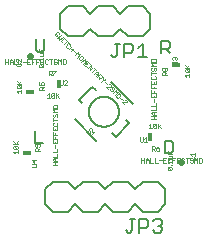
<source format=gto>
G75*
%MOIN*%
%OFA0B0*%
%FSLAX25Y25*%
%IPPOS*%
%LPD*%
%AMOC8*
5,1,8,0,0,1.08239X$1,22.5*
%
%ADD10C,0.00800*%
%ADD11C,0.00100*%
%ADD12C,0.02200*%
%ADD13R,0.03000X0.01800*%
%ADD14R,0.01800X0.03000*%
%ADD15C,0.00500*%
D10*
X0069627Y0032625D02*
X0072429Y0032625D01*
X0069627Y0032625D02*
X0069627Y0036829D01*
X0082852Y0040708D02*
X0090090Y0033470D01*
X0095379Y0035975D02*
X0096493Y0034861D01*
X0100947Y0039316D01*
X0099833Y0040429D01*
X0102339Y0045719D02*
X0095101Y0052957D01*
X0089811Y0050451D02*
X0088698Y0051565D01*
X0084243Y0047111D01*
X0085357Y0045997D01*
X0087595Y0043213D02*
X0087597Y0043354D01*
X0087603Y0043495D01*
X0087613Y0043635D01*
X0087627Y0043775D01*
X0087645Y0043915D01*
X0087666Y0044054D01*
X0087692Y0044193D01*
X0087721Y0044331D01*
X0087755Y0044467D01*
X0087792Y0044603D01*
X0087833Y0044738D01*
X0087878Y0044872D01*
X0087927Y0045004D01*
X0087979Y0045135D01*
X0088035Y0045264D01*
X0088095Y0045391D01*
X0088158Y0045517D01*
X0088224Y0045641D01*
X0088295Y0045764D01*
X0088368Y0045884D01*
X0088445Y0046002D01*
X0088525Y0046118D01*
X0088609Y0046231D01*
X0088695Y0046342D01*
X0088785Y0046451D01*
X0088878Y0046557D01*
X0088973Y0046660D01*
X0089072Y0046761D01*
X0089173Y0046859D01*
X0089277Y0046954D01*
X0089384Y0047046D01*
X0089493Y0047135D01*
X0089605Y0047220D01*
X0089719Y0047303D01*
X0089835Y0047383D01*
X0089954Y0047459D01*
X0090075Y0047531D01*
X0090197Y0047601D01*
X0090322Y0047666D01*
X0090448Y0047729D01*
X0090576Y0047787D01*
X0090706Y0047842D01*
X0090837Y0047894D01*
X0090970Y0047941D01*
X0091104Y0047985D01*
X0091239Y0048026D01*
X0091375Y0048062D01*
X0091512Y0048094D01*
X0091650Y0048123D01*
X0091788Y0048148D01*
X0091928Y0048168D01*
X0092068Y0048185D01*
X0092208Y0048198D01*
X0092349Y0048207D01*
X0092489Y0048212D01*
X0092630Y0048213D01*
X0092771Y0048210D01*
X0092912Y0048203D01*
X0093052Y0048192D01*
X0093192Y0048177D01*
X0093332Y0048158D01*
X0093471Y0048136D01*
X0093609Y0048109D01*
X0093747Y0048079D01*
X0093883Y0048044D01*
X0094019Y0048006D01*
X0094153Y0047964D01*
X0094287Y0047918D01*
X0094419Y0047869D01*
X0094549Y0047815D01*
X0094678Y0047758D01*
X0094805Y0047698D01*
X0094931Y0047634D01*
X0095054Y0047566D01*
X0095176Y0047495D01*
X0095296Y0047421D01*
X0095413Y0047343D01*
X0095528Y0047262D01*
X0095641Y0047178D01*
X0095752Y0047091D01*
X0095860Y0047000D01*
X0095965Y0046907D01*
X0096068Y0046810D01*
X0096168Y0046711D01*
X0096265Y0046609D01*
X0096359Y0046504D01*
X0096450Y0046397D01*
X0096538Y0046287D01*
X0096623Y0046175D01*
X0096705Y0046060D01*
X0096784Y0045943D01*
X0096859Y0045824D01*
X0096931Y0045703D01*
X0096999Y0045580D01*
X0097064Y0045455D01*
X0097126Y0045328D01*
X0097183Y0045199D01*
X0097238Y0045069D01*
X0097288Y0044938D01*
X0097335Y0044805D01*
X0097378Y0044671D01*
X0097417Y0044535D01*
X0097452Y0044399D01*
X0097484Y0044262D01*
X0097511Y0044124D01*
X0097535Y0043985D01*
X0097555Y0043845D01*
X0097571Y0043705D01*
X0097583Y0043565D01*
X0097591Y0043424D01*
X0097595Y0043283D01*
X0097595Y0043143D01*
X0097591Y0043002D01*
X0097583Y0042861D01*
X0097571Y0042721D01*
X0097555Y0042581D01*
X0097535Y0042441D01*
X0097511Y0042302D01*
X0097484Y0042164D01*
X0097452Y0042027D01*
X0097417Y0041891D01*
X0097378Y0041755D01*
X0097335Y0041621D01*
X0097288Y0041488D01*
X0097238Y0041357D01*
X0097183Y0041227D01*
X0097126Y0041098D01*
X0097064Y0040971D01*
X0096999Y0040846D01*
X0096931Y0040723D01*
X0096859Y0040602D01*
X0096784Y0040483D01*
X0096705Y0040366D01*
X0096623Y0040251D01*
X0096538Y0040139D01*
X0096450Y0040029D01*
X0096359Y0039922D01*
X0096265Y0039817D01*
X0096168Y0039715D01*
X0096068Y0039616D01*
X0095965Y0039519D01*
X0095860Y0039426D01*
X0095752Y0039335D01*
X0095641Y0039248D01*
X0095528Y0039164D01*
X0095413Y0039083D01*
X0095296Y0039005D01*
X0095176Y0038931D01*
X0095054Y0038860D01*
X0094931Y0038792D01*
X0094805Y0038728D01*
X0094678Y0038668D01*
X0094549Y0038611D01*
X0094419Y0038557D01*
X0094287Y0038508D01*
X0094153Y0038462D01*
X0094019Y0038420D01*
X0093883Y0038382D01*
X0093747Y0038347D01*
X0093609Y0038317D01*
X0093471Y0038290D01*
X0093332Y0038268D01*
X0093192Y0038249D01*
X0093052Y0038234D01*
X0092912Y0038223D01*
X0092771Y0038216D01*
X0092630Y0038213D01*
X0092489Y0038214D01*
X0092349Y0038219D01*
X0092208Y0038228D01*
X0092068Y0038241D01*
X0091928Y0038258D01*
X0091788Y0038278D01*
X0091650Y0038303D01*
X0091512Y0038332D01*
X0091375Y0038364D01*
X0091239Y0038400D01*
X0091104Y0038441D01*
X0090970Y0038485D01*
X0090837Y0038532D01*
X0090706Y0038584D01*
X0090576Y0038639D01*
X0090448Y0038697D01*
X0090322Y0038760D01*
X0090197Y0038825D01*
X0090075Y0038895D01*
X0089954Y0038967D01*
X0089835Y0039043D01*
X0089719Y0039123D01*
X0089605Y0039206D01*
X0089493Y0039291D01*
X0089384Y0039380D01*
X0089277Y0039472D01*
X0089173Y0039567D01*
X0089072Y0039665D01*
X0088973Y0039766D01*
X0088878Y0039869D01*
X0088785Y0039975D01*
X0088695Y0040084D01*
X0088609Y0040195D01*
X0088525Y0040308D01*
X0088445Y0040424D01*
X0088368Y0040542D01*
X0088295Y0040662D01*
X0088224Y0040785D01*
X0088158Y0040909D01*
X0088095Y0041035D01*
X0088035Y0041162D01*
X0087979Y0041291D01*
X0087927Y0041422D01*
X0087878Y0041554D01*
X0087833Y0041688D01*
X0087792Y0041823D01*
X0087755Y0041959D01*
X0087721Y0042095D01*
X0087692Y0042233D01*
X0087666Y0042372D01*
X0087645Y0042511D01*
X0087627Y0042651D01*
X0087613Y0042791D01*
X0087603Y0042931D01*
X0087597Y0043072D01*
X0087595Y0043213D01*
X0072064Y0063185D02*
X0070663Y0063185D01*
X0069962Y0063886D01*
X0069962Y0067389D01*
X0072765Y0067389D02*
X0072765Y0063886D01*
X0072064Y0063185D01*
X0078068Y0070831D02*
X0078068Y0075831D01*
X0080568Y0078331D01*
X0085568Y0078331D01*
X0088068Y0075831D01*
X0090568Y0078331D01*
X0095568Y0078331D01*
X0098068Y0075831D01*
X0100568Y0078331D01*
X0105568Y0078331D01*
X0108068Y0075831D01*
X0108068Y0070831D01*
X0105568Y0068331D01*
X0100568Y0068331D01*
X0098068Y0070831D01*
X0095568Y0068331D01*
X0090568Y0068331D01*
X0088068Y0070831D01*
X0085568Y0068331D01*
X0080568Y0068331D01*
X0078068Y0070831D01*
X0111773Y0066903D02*
X0111773Y0062700D01*
X0111773Y0064101D02*
X0113875Y0064101D01*
X0114575Y0064802D01*
X0114575Y0066203D01*
X0113875Y0066903D01*
X0111773Y0066903D01*
X0113174Y0064101D02*
X0114575Y0062700D01*
X0115056Y0033573D02*
X0112954Y0033573D01*
X0112954Y0029369D01*
X0115056Y0029369D01*
X0115757Y0030070D01*
X0115757Y0032872D01*
X0115056Y0033573D01*
X0110568Y0019867D02*
X0105568Y0019867D01*
X0103068Y0017367D01*
X0100568Y0019867D01*
X0095568Y0019867D01*
X0093068Y0017367D01*
X0090568Y0019867D01*
X0085568Y0019867D01*
X0083068Y0017367D01*
X0080568Y0019867D01*
X0075568Y0019867D01*
X0073068Y0017367D01*
X0073068Y0012367D01*
X0075568Y0009867D01*
X0080568Y0009867D01*
X0083068Y0012367D01*
X0085568Y0009867D01*
X0090568Y0009867D01*
X0093068Y0012367D01*
X0095568Y0009867D01*
X0100568Y0009867D01*
X0103068Y0012367D01*
X0105568Y0009867D01*
X0110568Y0009867D01*
X0113068Y0012367D01*
X0113068Y0017367D01*
X0110568Y0019867D01*
D11*
X0059665Y0059101D02*
X0059665Y0060602D01*
X0059665Y0059852D02*
X0060665Y0059852D01*
X0061138Y0059852D02*
X0062139Y0059852D01*
X0062139Y0060102D02*
X0062139Y0059101D01*
X0062611Y0059101D02*
X0062611Y0060602D01*
X0062139Y0060102D02*
X0061638Y0060602D01*
X0061138Y0060102D01*
X0061138Y0059101D01*
X0060665Y0059101D02*
X0060665Y0060602D01*
X0062611Y0059101D02*
X0063612Y0059101D01*
X0063406Y0059196D02*
X0063406Y0058696D01*
X0063656Y0058446D01*
X0064657Y0058446D01*
X0064907Y0058696D01*
X0064907Y0059196D01*
X0064657Y0059447D01*
X0064907Y0059919D02*
X0063906Y0060920D01*
X0063656Y0060920D01*
X0063406Y0060670D01*
X0063406Y0060169D01*
X0063656Y0059919D01*
X0063656Y0059447D02*
X0063406Y0059196D01*
X0064084Y0059101D02*
X0064084Y0060602D01*
X0064907Y0060920D02*
X0064907Y0059919D01*
X0065558Y0059852D02*
X0066558Y0059852D01*
X0067031Y0059852D02*
X0067531Y0059852D01*
X0067031Y0060602D02*
X0067031Y0059101D01*
X0068032Y0059101D01*
X0068504Y0059101D02*
X0068504Y0060602D01*
X0069505Y0060602D01*
X0069977Y0060602D02*
X0069977Y0059101D01*
X0069977Y0059852D02*
X0070478Y0059852D01*
X0069977Y0060602D02*
X0070978Y0060602D01*
X0070906Y0060656D02*
X0072407Y0060656D01*
X0072451Y0060602D02*
X0071451Y0060602D01*
X0071451Y0059101D01*
X0072451Y0059101D01*
X0072407Y0059419D02*
X0072407Y0059669D01*
X0072157Y0059669D01*
X0072157Y0059419D01*
X0072407Y0059419D01*
X0072924Y0059351D02*
X0073174Y0059101D01*
X0073674Y0059101D01*
X0073925Y0059351D01*
X0073925Y0060352D02*
X0073674Y0060602D01*
X0073174Y0060602D01*
X0072924Y0060352D01*
X0072924Y0059351D01*
X0072407Y0058696D02*
X0072407Y0058196D01*
X0072157Y0057946D01*
X0071156Y0058947D01*
X0072157Y0058947D01*
X0072407Y0058696D01*
X0072157Y0057946D02*
X0071156Y0057946D01*
X0070906Y0058196D01*
X0070906Y0058696D01*
X0071156Y0058947D01*
X0071451Y0059852D02*
X0071951Y0059852D01*
X0072407Y0060156D02*
X0072407Y0061156D01*
X0072157Y0061629D02*
X0071406Y0061629D01*
X0072157Y0061629D02*
X0072407Y0061879D01*
X0072407Y0062630D01*
X0071406Y0062630D01*
X0071656Y0063102D02*
X0071656Y0063602D01*
X0070906Y0063102D02*
X0072407Y0063102D01*
X0070906Y0063102D02*
X0070906Y0064103D01*
X0070906Y0060656D02*
X0071406Y0060156D01*
X0069004Y0059852D02*
X0068504Y0059852D01*
X0068032Y0060602D02*
X0067031Y0060602D01*
X0065085Y0059101D02*
X0064084Y0059101D01*
X0063581Y0053462D02*
X0064582Y0052462D01*
X0064332Y0052712D02*
X0065082Y0053462D01*
X0065082Y0052462D02*
X0063581Y0052462D01*
X0063831Y0051989D02*
X0064832Y0050988D01*
X0065082Y0051238D01*
X0065082Y0051739D01*
X0064832Y0051989D01*
X0063831Y0051989D01*
X0063581Y0051739D01*
X0063581Y0051238D01*
X0063831Y0050988D01*
X0064832Y0050988D01*
X0065082Y0050516D02*
X0065082Y0049515D01*
X0065082Y0050015D02*
X0063581Y0050015D01*
X0064081Y0049515D01*
X0071081Y0050488D02*
X0071081Y0051239D01*
X0071331Y0051489D01*
X0071832Y0051489D01*
X0072082Y0051239D01*
X0072082Y0050488D01*
X0072582Y0050488D02*
X0071081Y0050488D01*
X0072082Y0050989D02*
X0072582Y0051489D01*
X0072332Y0051962D02*
X0072582Y0052212D01*
X0072582Y0052712D01*
X0072332Y0052962D01*
X0071832Y0052962D01*
X0071581Y0052712D01*
X0071581Y0052462D01*
X0071832Y0051962D01*
X0071081Y0051962D01*
X0071081Y0052962D01*
X0074153Y0055367D02*
X0074153Y0056868D01*
X0074904Y0056868D01*
X0075154Y0056618D01*
X0075154Y0056117D01*
X0074904Y0055867D01*
X0074153Y0055867D01*
X0074654Y0055867D02*
X0075154Y0055367D01*
X0075626Y0055367D02*
X0075626Y0055617D01*
X0076627Y0056618D01*
X0076627Y0056868D01*
X0075626Y0056868D01*
X0076121Y0059101D02*
X0075870Y0059351D01*
X0076121Y0059101D02*
X0076621Y0059101D01*
X0076871Y0059351D01*
X0076871Y0059602D01*
X0076621Y0059852D01*
X0076121Y0059852D01*
X0075870Y0060102D01*
X0075870Y0060352D01*
X0076121Y0060602D01*
X0076621Y0060602D01*
X0076871Y0060352D01*
X0077344Y0060602D02*
X0077844Y0060102D01*
X0078344Y0060602D01*
X0078344Y0059101D01*
X0078817Y0059101D02*
X0079567Y0059101D01*
X0079818Y0059351D01*
X0079818Y0060352D01*
X0079567Y0060602D01*
X0078817Y0060602D01*
X0078817Y0059101D01*
X0077344Y0059101D02*
X0077344Y0060602D01*
X0075398Y0060602D02*
X0074397Y0060602D01*
X0074897Y0060602D02*
X0074897Y0059101D01*
X0077844Y0053602D02*
X0077844Y0052351D01*
X0078094Y0052101D01*
X0078594Y0052101D01*
X0078844Y0052351D01*
X0078844Y0053602D01*
X0079317Y0053352D02*
X0079567Y0053602D01*
X0080068Y0053602D01*
X0080318Y0053352D01*
X0080318Y0053102D01*
X0079317Y0052101D01*
X0080318Y0052101D01*
X0077600Y0049368D02*
X0076600Y0048367D01*
X0076850Y0048617D02*
X0077600Y0047867D01*
X0076600Y0047867D02*
X0076600Y0049368D01*
X0076127Y0049118D02*
X0075126Y0048117D01*
X0075377Y0047867D01*
X0075877Y0047867D01*
X0076127Y0048117D01*
X0076127Y0049118D01*
X0075877Y0049368D01*
X0075377Y0049368D01*
X0075126Y0049118D01*
X0075126Y0048117D01*
X0074654Y0047867D02*
X0073653Y0047867D01*
X0074154Y0047867D02*
X0074154Y0049368D01*
X0073653Y0048868D01*
X0075824Y0045416D02*
X0075574Y0045166D01*
X0075574Y0044415D01*
X0077075Y0044415D01*
X0077075Y0045166D01*
X0076825Y0045416D01*
X0075824Y0045416D01*
X0075574Y0043943D02*
X0077075Y0043943D01*
X0077075Y0042942D02*
X0075574Y0042942D01*
X0076074Y0043443D01*
X0075574Y0043943D01*
X0075824Y0042470D02*
X0075574Y0042220D01*
X0075574Y0041719D01*
X0075824Y0041469D01*
X0076074Y0041469D01*
X0076324Y0041719D01*
X0076324Y0042220D01*
X0076575Y0042470D01*
X0076825Y0042470D01*
X0077075Y0042220D01*
X0077075Y0041719D01*
X0076825Y0041469D01*
X0077075Y0040496D02*
X0075574Y0040496D01*
X0075574Y0039996D02*
X0075574Y0040996D01*
X0075824Y0039523D02*
X0075574Y0039273D01*
X0075574Y0038773D01*
X0075824Y0038522D01*
X0076825Y0038522D01*
X0077075Y0038773D01*
X0077075Y0039273D01*
X0076825Y0039523D01*
X0077075Y0038050D02*
X0077075Y0037049D01*
X0075574Y0037049D01*
X0075574Y0038050D01*
X0076324Y0037550D02*
X0076324Y0037049D01*
X0075574Y0036577D02*
X0075574Y0035576D01*
X0077075Y0035576D01*
X0076324Y0035576D02*
X0076324Y0036076D01*
X0075574Y0035103D02*
X0075574Y0034103D01*
X0077075Y0034103D01*
X0077075Y0033630D02*
X0077075Y0032629D01*
X0075574Y0032629D01*
X0075574Y0033630D01*
X0076324Y0034103D02*
X0076324Y0034603D01*
X0076324Y0033130D02*
X0076324Y0032629D01*
X0076324Y0032157D02*
X0076324Y0031156D01*
X0077075Y0030684D02*
X0077075Y0029683D01*
X0075574Y0029683D01*
X0075574Y0028210D02*
X0077075Y0028210D01*
X0077075Y0029210D01*
X0077075Y0027737D02*
X0076074Y0027737D01*
X0075574Y0027237D01*
X0076074Y0026736D01*
X0077075Y0026736D01*
X0077075Y0026264D02*
X0075574Y0026264D01*
X0076324Y0026264D02*
X0076324Y0025263D01*
X0075574Y0025263D02*
X0077075Y0025263D01*
X0076324Y0026736D02*
X0076324Y0027737D01*
X0071188Y0030081D02*
X0069687Y0030081D01*
X0069687Y0030831D01*
X0069937Y0031082D01*
X0070438Y0031082D01*
X0070688Y0030831D01*
X0070688Y0030081D01*
X0070688Y0030581D02*
X0071188Y0031082D01*
X0070938Y0031554D02*
X0071188Y0031804D01*
X0071188Y0032305D01*
X0070938Y0032555D01*
X0069937Y0032555D01*
X0069687Y0032305D01*
X0069687Y0031804D01*
X0069937Y0031554D01*
X0070188Y0031554D01*
X0070438Y0031804D01*
X0070438Y0032555D01*
X0069324Y0027237D02*
X0069324Y0026236D01*
X0068574Y0026987D01*
X0070075Y0026987D01*
X0069825Y0025764D02*
X0068574Y0025764D01*
X0068574Y0024763D02*
X0069825Y0024763D01*
X0070075Y0025013D01*
X0070075Y0025514D01*
X0069825Y0025764D01*
X0063938Y0029358D02*
X0063938Y0030358D01*
X0063938Y0029858D02*
X0062437Y0029858D01*
X0062938Y0029358D01*
X0062687Y0030831D02*
X0062437Y0031081D01*
X0062437Y0031581D01*
X0062687Y0031832D01*
X0063688Y0030831D01*
X0063938Y0031081D01*
X0063938Y0031581D01*
X0063688Y0031832D01*
X0062687Y0031832D01*
X0062437Y0032304D02*
X0063938Y0032304D01*
X0063438Y0032304D02*
X0062437Y0033305D01*
X0063188Y0032554D02*
X0063938Y0033305D01*
X0063688Y0030831D02*
X0062687Y0030831D01*
X0087153Y0036564D02*
X0087507Y0036210D01*
X0087861Y0036210D01*
X0088038Y0036387D01*
X0088038Y0036741D01*
X0087684Y0037094D01*
X0087684Y0037448D01*
X0087861Y0037625D01*
X0088215Y0037625D01*
X0088568Y0037271D01*
X0088568Y0036918D01*
X0088726Y0036407D02*
X0089433Y0036407D01*
X0088372Y0035345D01*
X0088018Y0035699D02*
X0088726Y0034991D01*
X0087153Y0036564D02*
X0087153Y0036918D01*
X0097072Y0047858D02*
X0097425Y0047858D01*
X0098133Y0048566D01*
X0098133Y0048920D01*
X0097602Y0049450D01*
X0096541Y0048389D01*
X0097072Y0047858D01*
X0098113Y0047878D02*
X0098821Y0047170D01*
X0099509Y0047190D02*
X0099863Y0047190D01*
X0100217Y0046836D01*
X0100217Y0046482D01*
X0100040Y0046305D01*
X0098624Y0046305D01*
X0099332Y0045598D01*
X0096207Y0048723D02*
X0097268Y0049784D01*
X0096561Y0049784D01*
X0096561Y0050492D01*
X0095499Y0049431D01*
X0095342Y0049942D02*
X0094988Y0049942D01*
X0094634Y0050295D01*
X0094634Y0050649D01*
X0094123Y0050806D02*
X0093416Y0051514D01*
X0094831Y0051514D01*
X0095008Y0051691D01*
X0095008Y0052045D01*
X0094654Y0052399D01*
X0094300Y0052399D01*
X0093612Y0052379D02*
X0092905Y0053087D01*
X0092924Y0053775D02*
X0093101Y0053951D01*
X0092924Y0053775D02*
X0092217Y0053775D01*
X0091686Y0053244D01*
X0092217Y0053775D02*
X0092217Y0054482D01*
X0092394Y0054659D01*
X0091883Y0054816D02*
X0091529Y0054462D01*
X0091175Y0054462D01*
X0090644Y0054993D01*
X0090290Y0054639D02*
X0091352Y0055701D01*
X0091883Y0055170D01*
X0091883Y0054816D01*
X0090998Y0054639D02*
X0090998Y0053932D01*
X0089956Y0054973D02*
X0090664Y0055681D01*
X0090664Y0056389D01*
X0089956Y0056389D01*
X0089249Y0055681D01*
X0089779Y0056212D02*
X0090487Y0055504D01*
X0089976Y0057077D02*
X0089268Y0057784D01*
X0088934Y0058119D02*
X0087873Y0057057D01*
X0088227Y0058826D01*
X0087165Y0057765D01*
X0086831Y0058099D02*
X0086123Y0058806D01*
X0087185Y0059868D01*
X0087893Y0059160D01*
X0087008Y0058983D02*
X0086654Y0059337D01*
X0086851Y0060202D02*
X0085789Y0059140D01*
X0085082Y0059848D02*
X0086143Y0060910D01*
X0086143Y0060202D01*
X0086851Y0060202D01*
X0085632Y0061067D02*
X0085632Y0061421D01*
X0085278Y0061775D01*
X0084924Y0061775D01*
X0084217Y0061067D01*
X0084217Y0060713D01*
X0084571Y0060359D01*
X0084924Y0060359D01*
X0085632Y0061067D01*
X0084767Y0062286D02*
X0083706Y0061224D01*
X0082998Y0061932D02*
X0084060Y0062993D01*
X0084060Y0062286D01*
X0084767Y0062286D01*
X0083195Y0062797D02*
X0082487Y0063504D01*
X0082153Y0063838D02*
X0081445Y0064546D01*
X0080758Y0064526D02*
X0080404Y0064526D01*
X0080050Y0064880D01*
X0080050Y0065234D01*
X0080758Y0065942D01*
X0081111Y0065942D01*
X0081465Y0065588D01*
X0081465Y0065234D01*
X0081976Y0065077D02*
X0080915Y0064015D01*
X0081622Y0063307D02*
X0082684Y0064369D01*
X0080600Y0066453D02*
X0079893Y0067160D01*
X0079552Y0067501D02*
X0079198Y0067855D01*
X0079375Y0067678D02*
X0078314Y0066616D01*
X0078490Y0066439D02*
X0078137Y0066793D01*
X0077803Y0067127D02*
X0078864Y0068189D01*
X0078156Y0068897D02*
X0077095Y0067835D01*
X0077803Y0067835D01*
X0077803Y0067127D01*
X0076938Y0068346D02*
X0076584Y0068346D01*
X0076230Y0068700D01*
X0076230Y0069054D01*
X0076761Y0069231D02*
X0077115Y0068877D01*
X0077115Y0068523D01*
X0076938Y0068346D01*
X0076761Y0069231D02*
X0076761Y0069584D01*
X0076938Y0069761D01*
X0077292Y0069761D01*
X0077645Y0069408D01*
X0077645Y0069054D01*
X0080247Y0066806D02*
X0079185Y0065745D01*
X0088561Y0056369D02*
X0089622Y0057431D01*
X0095342Y0051357D02*
X0095165Y0051180D01*
X0095165Y0050826D01*
X0095519Y0050472D01*
X0095519Y0050119D01*
X0095342Y0049942D01*
X0096050Y0050649D02*
X0096050Y0051003D01*
X0095696Y0051357D01*
X0095342Y0051357D01*
X0108437Y0051015D02*
X0108437Y0052016D01*
X0108437Y0052489D02*
X0109938Y0052489D01*
X0109938Y0053489D01*
X0109688Y0053962D02*
X0109938Y0054212D01*
X0109938Y0054712D01*
X0109688Y0054963D01*
X0108687Y0054963D02*
X0108437Y0054712D01*
X0108437Y0054212D01*
X0108687Y0053962D01*
X0109688Y0053962D01*
X0109187Y0052989D02*
X0109187Y0052489D01*
X0108437Y0052489D02*
X0108437Y0053489D01*
X0109187Y0051516D02*
X0109187Y0051015D01*
X0108437Y0051015D02*
X0109938Y0051015D01*
X0109187Y0050042D02*
X0109187Y0049542D01*
X0108437Y0049542D02*
X0109938Y0049542D01*
X0109938Y0049070D02*
X0109938Y0048069D01*
X0108437Y0048069D01*
X0108437Y0049070D01*
X0108437Y0049542D02*
X0108437Y0050543D01*
X0109187Y0048569D02*
X0109187Y0048069D01*
X0109187Y0047596D02*
X0109187Y0046595D01*
X0109938Y0046123D02*
X0109938Y0045122D01*
X0108437Y0045122D01*
X0108437Y0043649D02*
X0109938Y0043649D01*
X0109938Y0044650D01*
X0109938Y0043177D02*
X0108937Y0043177D01*
X0108437Y0042676D01*
X0108937Y0042176D01*
X0109938Y0042176D01*
X0109938Y0041703D02*
X0108437Y0041703D01*
X0109187Y0041703D02*
X0109187Y0040702D01*
X0108437Y0040702D02*
X0109938Y0040702D01*
X0109842Y0039197D02*
X0110093Y0038947D01*
X0109092Y0037946D01*
X0109342Y0037696D01*
X0109842Y0037696D01*
X0110093Y0037946D01*
X0110093Y0038947D01*
X0109842Y0039197D02*
X0109342Y0039197D01*
X0109092Y0038947D01*
X0109092Y0037946D01*
X0108619Y0037696D02*
X0107618Y0037696D01*
X0108119Y0037696D02*
X0108119Y0039197D01*
X0107618Y0038696D01*
X0110565Y0038196D02*
X0111566Y0039197D01*
X0110565Y0039197D02*
X0110565Y0037696D01*
X0110815Y0038446D02*
X0111566Y0037696D01*
X0109187Y0042176D02*
X0109187Y0043177D01*
X0106573Y0034739D02*
X0106573Y0033238D01*
X0107073Y0033238D02*
X0106072Y0033238D01*
X0105600Y0033488D02*
X0105600Y0034739D01*
X0106072Y0034239D02*
X0106573Y0034739D01*
X0105600Y0033488D02*
X0105350Y0033238D01*
X0104849Y0033238D01*
X0104599Y0033488D01*
X0104599Y0034739D01*
X0108592Y0031697D02*
X0109342Y0031697D01*
X0109593Y0031447D01*
X0109593Y0030946D01*
X0109342Y0030696D01*
X0108592Y0030696D01*
X0109092Y0030696D02*
X0109593Y0030196D01*
X0110065Y0030446D02*
X0110315Y0030196D01*
X0110816Y0030196D01*
X0111066Y0030446D01*
X0111066Y0030696D01*
X0110816Y0030946D01*
X0110065Y0030946D01*
X0110065Y0030446D01*
X0110065Y0030946D02*
X0110565Y0031447D01*
X0111066Y0031697D01*
X0108592Y0031697D02*
X0108592Y0030196D01*
X0108046Y0027739D02*
X0108046Y0026238D01*
X0109046Y0026238D01*
X0109519Y0026238D02*
X0110520Y0026238D01*
X0110992Y0026989D02*
X0111993Y0026989D01*
X0112465Y0026989D02*
X0112966Y0026989D01*
X0113466Y0027739D02*
X0112465Y0027739D01*
X0112465Y0026238D01*
X0113466Y0026238D01*
X0113813Y0026515D02*
X0114314Y0026014D01*
X0113939Y0026238D02*
X0113939Y0027739D01*
X0114940Y0027739D01*
X0115064Y0027487D02*
X0115314Y0027738D01*
X0115314Y0028488D01*
X0114314Y0028488D01*
X0114564Y0028961D02*
X0114564Y0029461D01*
X0115314Y0028961D02*
X0113813Y0028961D01*
X0113813Y0029962D01*
X0115412Y0027739D02*
X0116413Y0027739D01*
X0116885Y0027739D02*
X0116885Y0026238D01*
X0117886Y0026238D01*
X0118358Y0026488D02*
X0118609Y0026238D01*
X0119109Y0026238D01*
X0119359Y0026488D01*
X0118358Y0026488D02*
X0118358Y0027489D01*
X0118609Y0027739D01*
X0119109Y0027739D01*
X0119359Y0027489D01*
X0119832Y0027739D02*
X0120833Y0027739D01*
X0121313Y0027738D02*
X0121313Y0027238D01*
X0121563Y0026987D01*
X0122564Y0026987D01*
X0122814Y0027238D01*
X0122814Y0027738D01*
X0122564Y0027988D01*
X0122778Y0027739D02*
X0123279Y0027239D01*
X0123779Y0027739D01*
X0123779Y0026238D01*
X0124251Y0026238D02*
X0125002Y0026238D01*
X0125252Y0026488D01*
X0125252Y0027489D01*
X0125002Y0027739D01*
X0124251Y0027739D01*
X0124251Y0026238D01*
X0122778Y0026238D02*
X0122778Y0027739D01*
X0122306Y0027489D02*
X0122056Y0027739D01*
X0121555Y0027739D01*
X0121305Y0027489D01*
X0121305Y0027239D01*
X0121555Y0026989D01*
X0122056Y0026989D01*
X0122306Y0026739D01*
X0122306Y0026488D01*
X0122056Y0026238D01*
X0121555Y0026238D01*
X0121305Y0026488D01*
X0120332Y0026238D02*
X0120332Y0027739D01*
X0121313Y0027738D02*
X0121563Y0027988D01*
X0121814Y0028461D02*
X0121313Y0028961D01*
X0122814Y0028961D01*
X0122814Y0028461D02*
X0122814Y0029462D01*
X0117886Y0027739D02*
X0116885Y0027739D01*
X0116885Y0026989D02*
X0117386Y0026989D01*
X0115912Y0026989D02*
X0115412Y0026989D01*
X0115314Y0027015D02*
X0115314Y0026014D01*
X0115412Y0026238D02*
X0115412Y0027739D01*
X0115064Y0027487D02*
X0114314Y0027487D01*
X0114439Y0026989D02*
X0113939Y0026989D01*
X0113813Y0026515D02*
X0115314Y0026515D01*
X0115314Y0025528D02*
X0115314Y0025278D01*
X0115064Y0025278D01*
X0115064Y0025528D01*
X0115314Y0025528D01*
X0115064Y0024805D02*
X0115314Y0024555D01*
X0115314Y0024055D01*
X0115064Y0023804D01*
X0114063Y0024805D01*
X0115064Y0024805D01*
X0114063Y0024805D02*
X0113813Y0024555D01*
X0113813Y0024055D01*
X0114063Y0023804D01*
X0115064Y0023804D01*
X0109519Y0026238D02*
X0109519Y0027739D01*
X0107573Y0027239D02*
X0107573Y0026238D01*
X0107573Y0026989D02*
X0106572Y0026989D01*
X0106572Y0027239D02*
X0107073Y0027739D01*
X0107573Y0027239D01*
X0106572Y0027239D02*
X0106572Y0026238D01*
X0106100Y0026238D02*
X0106100Y0027739D01*
X0106100Y0026989D02*
X0105099Y0026989D01*
X0105099Y0027739D02*
X0105099Y0026238D01*
X0112099Y0055393D02*
X0112099Y0056144D01*
X0112349Y0056394D01*
X0112850Y0056394D01*
X0113100Y0056144D01*
X0113100Y0055393D01*
X0113600Y0055393D02*
X0112099Y0055393D01*
X0113100Y0055893D02*
X0113600Y0056394D01*
X0113350Y0056866D02*
X0113100Y0056866D01*
X0112850Y0057116D01*
X0112850Y0057617D01*
X0113100Y0057867D01*
X0113350Y0057867D01*
X0113600Y0057617D01*
X0113600Y0057116D01*
X0113350Y0056866D01*
X0112850Y0057116D02*
X0112599Y0056866D01*
X0112349Y0056866D01*
X0112099Y0057116D01*
X0112099Y0057617D01*
X0112349Y0057867D01*
X0112599Y0057867D01*
X0112850Y0057617D01*
X0115437Y0058882D02*
X0116688Y0058882D01*
X0116938Y0059132D01*
X0116938Y0059632D01*
X0116688Y0059882D01*
X0115437Y0059882D01*
X0115687Y0060355D02*
X0115437Y0060605D01*
X0115437Y0061105D01*
X0115687Y0061356D01*
X0115937Y0061356D01*
X0116187Y0061105D01*
X0116438Y0061356D01*
X0116688Y0061356D01*
X0116938Y0061105D01*
X0116938Y0060605D01*
X0116688Y0060355D01*
X0116187Y0060855D02*
X0116187Y0061105D01*
X0119599Y0058840D02*
X0120600Y0057840D01*
X0120350Y0058090D02*
X0121100Y0058840D01*
X0121100Y0057840D02*
X0119599Y0057840D01*
X0119849Y0057367D02*
X0120850Y0056366D01*
X0121100Y0056616D01*
X0121100Y0057117D01*
X0120850Y0057367D01*
X0119849Y0057367D01*
X0119599Y0057117D01*
X0119599Y0056616D01*
X0119849Y0056366D01*
X0120850Y0056366D01*
X0121100Y0055894D02*
X0121100Y0054893D01*
X0121100Y0055393D02*
X0119599Y0055393D01*
X0120099Y0054893D01*
X0109938Y0055935D02*
X0108437Y0055935D01*
X0108437Y0055435D02*
X0108437Y0056436D01*
X0108687Y0056908D02*
X0108437Y0057158D01*
X0108437Y0057659D01*
X0108687Y0057909D01*
X0108437Y0058382D02*
X0108937Y0058882D01*
X0108437Y0059382D01*
X0109938Y0059382D01*
X0109938Y0059855D02*
X0108437Y0059855D01*
X0108437Y0060605D01*
X0108687Y0060856D01*
X0109688Y0060856D01*
X0109938Y0060605D01*
X0109938Y0059855D01*
X0109938Y0058382D02*
X0108437Y0058382D01*
X0109187Y0057659D02*
X0109438Y0057909D01*
X0109688Y0057909D01*
X0109938Y0057659D01*
X0109938Y0057158D01*
X0109688Y0056908D01*
X0109187Y0057158D02*
X0109187Y0057659D01*
X0109187Y0057158D02*
X0108937Y0056908D01*
X0108687Y0056908D01*
D12*
X0118144Y0026384D02*
X0118385Y0026384D01*
X0068077Y0061896D02*
X0067837Y0061896D01*
D13*
X0068032Y0049885D03*
X0066888Y0029477D03*
X0116650Y0058843D03*
D14*
X0107988Y0034746D03*
X0077603Y0052317D03*
D15*
X0094806Y0062132D02*
X0095556Y0061381D01*
X0096307Y0061381D01*
X0097058Y0062132D01*
X0097058Y0065885D01*
X0097808Y0065885D02*
X0096307Y0065885D01*
X0099410Y0065885D02*
X0101662Y0065885D01*
X0102412Y0065134D01*
X0102412Y0063633D01*
X0101662Y0062883D01*
X0099410Y0062883D01*
X0099410Y0061381D02*
X0099410Y0065885D01*
X0104014Y0064384D02*
X0105515Y0065885D01*
X0105515Y0061381D01*
X0104014Y0061381D02*
X0107016Y0061381D01*
X0106662Y0007420D02*
X0104410Y0007420D01*
X0104410Y0002917D01*
X0104410Y0004418D02*
X0106662Y0004418D01*
X0107412Y0005169D01*
X0107412Y0006670D01*
X0106662Y0007420D01*
X0109014Y0006670D02*
X0109764Y0007420D01*
X0111266Y0007420D01*
X0112016Y0006670D01*
X0112016Y0005919D01*
X0111266Y0005169D01*
X0112016Y0004418D01*
X0112016Y0003667D01*
X0111266Y0002917D01*
X0109764Y0002917D01*
X0109014Y0003667D01*
X0110515Y0005169D02*
X0111266Y0005169D01*
X0102808Y0007420D02*
X0101307Y0007420D01*
X0102058Y0007420D02*
X0102058Y0003667D01*
X0101307Y0002917D01*
X0100556Y0002917D01*
X0099806Y0003667D01*
M02*

</source>
